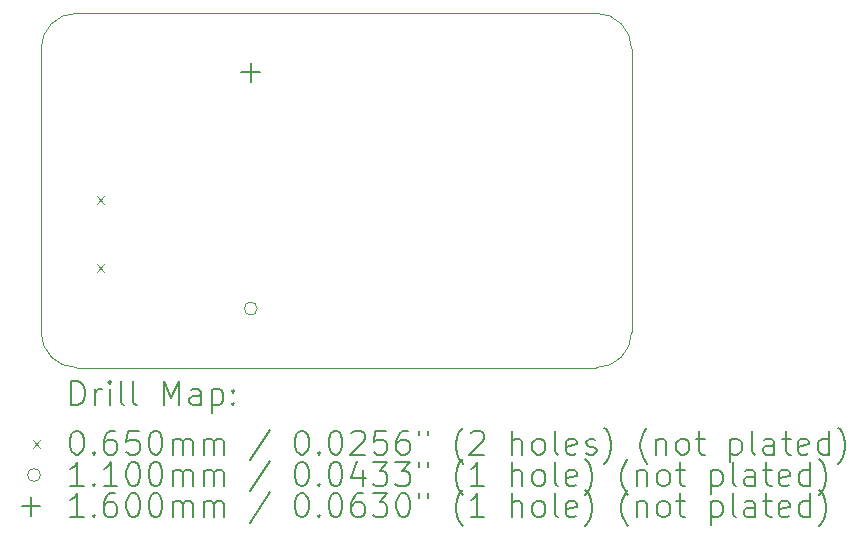
<source format=gbr>
%TF.GenerationSoftware,KiCad,Pcbnew,8.0.1+dfsg-1*%
%TF.CreationDate,2024-10-13T21:14:54+00:00*%
%TF.ProjectId,usb2m2e,75736232-6d32-4652-9e6b-696361645f70,rev?*%
%TF.SameCoordinates,Original*%
%TF.FileFunction,Drillmap*%
%TF.FilePolarity,Positive*%
%FSLAX45Y45*%
G04 Gerber Fmt 4.5, Leading zero omitted, Abs format (unit mm)*
G04 Created by KiCad (PCBNEW 8.0.1+dfsg-1) date 2024-10-13 21:14:54*
%MOMM*%
%LPD*%
G01*
G04 APERTURE LIST*
%ADD10C,0.100000*%
%ADD11C,0.200000*%
%ADD12C,0.110000*%
%ADD13C,0.160000*%
G04 APERTURE END LIST*
D10*
X11900000Y-7100000D02*
G75*
G02*
X12200000Y-6800000I300000J0D01*
G01*
X12200000Y-9800000D02*
G75*
G02*
X11900000Y-9500000I0J300000D01*
G01*
X12200000Y-6800000D02*
X16600000Y-6800000D01*
X11900000Y-9500000D02*
X11900000Y-7100000D01*
X16600000Y-6800000D02*
G75*
G02*
X16900000Y-7100000I0J-300000D01*
G01*
X12200000Y-9800000D02*
X16600000Y-9800000D01*
X16900000Y-7100000D02*
X16900000Y-9500000D01*
X16900000Y-9500000D02*
G75*
G02*
X16600000Y-9800000I-300000J0D01*
G01*
D11*
D10*
X12371500Y-8346500D02*
X12436500Y-8411500D01*
X12436500Y-8346500D02*
X12371500Y-8411500D01*
X12371500Y-8924500D02*
X12436500Y-8989500D01*
X12436500Y-8924500D02*
X12371500Y-8989500D01*
D12*
X13730000Y-9300000D02*
G75*
G02*
X13620000Y-9300000I-55000J0D01*
G01*
X13620000Y-9300000D02*
G75*
G02*
X13730000Y-9300000I55000J0D01*
G01*
D13*
X13675000Y-7220000D02*
X13675000Y-7380000D01*
X13595000Y-7300000D02*
X13755000Y-7300000D01*
D11*
X12155777Y-10116484D02*
X12155777Y-9916484D01*
X12155777Y-9916484D02*
X12203396Y-9916484D01*
X12203396Y-9916484D02*
X12231967Y-9926008D01*
X12231967Y-9926008D02*
X12251015Y-9945055D01*
X12251015Y-9945055D02*
X12260539Y-9964103D01*
X12260539Y-9964103D02*
X12270062Y-10002198D01*
X12270062Y-10002198D02*
X12270062Y-10030770D01*
X12270062Y-10030770D02*
X12260539Y-10068865D01*
X12260539Y-10068865D02*
X12251015Y-10087912D01*
X12251015Y-10087912D02*
X12231967Y-10106960D01*
X12231967Y-10106960D02*
X12203396Y-10116484D01*
X12203396Y-10116484D02*
X12155777Y-10116484D01*
X12355777Y-10116484D02*
X12355777Y-9983150D01*
X12355777Y-10021246D02*
X12365301Y-10002198D01*
X12365301Y-10002198D02*
X12374824Y-9992674D01*
X12374824Y-9992674D02*
X12393872Y-9983150D01*
X12393872Y-9983150D02*
X12412920Y-9983150D01*
X12479586Y-10116484D02*
X12479586Y-9983150D01*
X12479586Y-9916484D02*
X12470062Y-9926008D01*
X12470062Y-9926008D02*
X12479586Y-9935531D01*
X12479586Y-9935531D02*
X12489110Y-9926008D01*
X12489110Y-9926008D02*
X12479586Y-9916484D01*
X12479586Y-9916484D02*
X12479586Y-9935531D01*
X12603396Y-10116484D02*
X12584348Y-10106960D01*
X12584348Y-10106960D02*
X12574824Y-10087912D01*
X12574824Y-10087912D02*
X12574824Y-9916484D01*
X12708158Y-10116484D02*
X12689110Y-10106960D01*
X12689110Y-10106960D02*
X12679586Y-10087912D01*
X12679586Y-10087912D02*
X12679586Y-9916484D01*
X12936729Y-10116484D02*
X12936729Y-9916484D01*
X12936729Y-9916484D02*
X13003396Y-10059341D01*
X13003396Y-10059341D02*
X13070062Y-9916484D01*
X13070062Y-9916484D02*
X13070062Y-10116484D01*
X13251015Y-10116484D02*
X13251015Y-10011722D01*
X13251015Y-10011722D02*
X13241491Y-9992674D01*
X13241491Y-9992674D02*
X13222443Y-9983150D01*
X13222443Y-9983150D02*
X13184348Y-9983150D01*
X13184348Y-9983150D02*
X13165301Y-9992674D01*
X13251015Y-10106960D02*
X13231967Y-10116484D01*
X13231967Y-10116484D02*
X13184348Y-10116484D01*
X13184348Y-10116484D02*
X13165301Y-10106960D01*
X13165301Y-10106960D02*
X13155777Y-10087912D01*
X13155777Y-10087912D02*
X13155777Y-10068865D01*
X13155777Y-10068865D02*
X13165301Y-10049817D01*
X13165301Y-10049817D02*
X13184348Y-10040293D01*
X13184348Y-10040293D02*
X13231967Y-10040293D01*
X13231967Y-10040293D02*
X13251015Y-10030770D01*
X13346253Y-9983150D02*
X13346253Y-10183150D01*
X13346253Y-9992674D02*
X13365301Y-9983150D01*
X13365301Y-9983150D02*
X13403396Y-9983150D01*
X13403396Y-9983150D02*
X13422443Y-9992674D01*
X13422443Y-9992674D02*
X13431967Y-10002198D01*
X13431967Y-10002198D02*
X13441491Y-10021246D01*
X13441491Y-10021246D02*
X13441491Y-10078389D01*
X13441491Y-10078389D02*
X13431967Y-10097436D01*
X13431967Y-10097436D02*
X13422443Y-10106960D01*
X13422443Y-10106960D02*
X13403396Y-10116484D01*
X13403396Y-10116484D02*
X13365301Y-10116484D01*
X13365301Y-10116484D02*
X13346253Y-10106960D01*
X13527205Y-10097436D02*
X13536729Y-10106960D01*
X13536729Y-10106960D02*
X13527205Y-10116484D01*
X13527205Y-10116484D02*
X13517682Y-10106960D01*
X13517682Y-10106960D02*
X13527205Y-10097436D01*
X13527205Y-10097436D02*
X13527205Y-10116484D01*
X13527205Y-9992674D02*
X13536729Y-10002198D01*
X13536729Y-10002198D02*
X13527205Y-10011722D01*
X13527205Y-10011722D02*
X13517682Y-10002198D01*
X13517682Y-10002198D02*
X13527205Y-9992674D01*
X13527205Y-9992674D02*
X13527205Y-10011722D01*
D10*
X11830000Y-10412500D02*
X11895000Y-10477500D01*
X11895000Y-10412500D02*
X11830000Y-10477500D01*
D11*
X12193872Y-10336484D02*
X12212920Y-10336484D01*
X12212920Y-10336484D02*
X12231967Y-10346008D01*
X12231967Y-10346008D02*
X12241491Y-10355531D01*
X12241491Y-10355531D02*
X12251015Y-10374579D01*
X12251015Y-10374579D02*
X12260539Y-10412674D01*
X12260539Y-10412674D02*
X12260539Y-10460293D01*
X12260539Y-10460293D02*
X12251015Y-10498389D01*
X12251015Y-10498389D02*
X12241491Y-10517436D01*
X12241491Y-10517436D02*
X12231967Y-10526960D01*
X12231967Y-10526960D02*
X12212920Y-10536484D01*
X12212920Y-10536484D02*
X12193872Y-10536484D01*
X12193872Y-10536484D02*
X12174824Y-10526960D01*
X12174824Y-10526960D02*
X12165301Y-10517436D01*
X12165301Y-10517436D02*
X12155777Y-10498389D01*
X12155777Y-10498389D02*
X12146253Y-10460293D01*
X12146253Y-10460293D02*
X12146253Y-10412674D01*
X12146253Y-10412674D02*
X12155777Y-10374579D01*
X12155777Y-10374579D02*
X12165301Y-10355531D01*
X12165301Y-10355531D02*
X12174824Y-10346008D01*
X12174824Y-10346008D02*
X12193872Y-10336484D01*
X12346253Y-10517436D02*
X12355777Y-10526960D01*
X12355777Y-10526960D02*
X12346253Y-10536484D01*
X12346253Y-10536484D02*
X12336729Y-10526960D01*
X12336729Y-10526960D02*
X12346253Y-10517436D01*
X12346253Y-10517436D02*
X12346253Y-10536484D01*
X12527205Y-10336484D02*
X12489110Y-10336484D01*
X12489110Y-10336484D02*
X12470062Y-10346008D01*
X12470062Y-10346008D02*
X12460539Y-10355531D01*
X12460539Y-10355531D02*
X12441491Y-10384103D01*
X12441491Y-10384103D02*
X12431967Y-10422198D01*
X12431967Y-10422198D02*
X12431967Y-10498389D01*
X12431967Y-10498389D02*
X12441491Y-10517436D01*
X12441491Y-10517436D02*
X12451015Y-10526960D01*
X12451015Y-10526960D02*
X12470062Y-10536484D01*
X12470062Y-10536484D02*
X12508158Y-10536484D01*
X12508158Y-10536484D02*
X12527205Y-10526960D01*
X12527205Y-10526960D02*
X12536729Y-10517436D01*
X12536729Y-10517436D02*
X12546253Y-10498389D01*
X12546253Y-10498389D02*
X12546253Y-10450770D01*
X12546253Y-10450770D02*
X12536729Y-10431722D01*
X12536729Y-10431722D02*
X12527205Y-10422198D01*
X12527205Y-10422198D02*
X12508158Y-10412674D01*
X12508158Y-10412674D02*
X12470062Y-10412674D01*
X12470062Y-10412674D02*
X12451015Y-10422198D01*
X12451015Y-10422198D02*
X12441491Y-10431722D01*
X12441491Y-10431722D02*
X12431967Y-10450770D01*
X12727205Y-10336484D02*
X12631967Y-10336484D01*
X12631967Y-10336484D02*
X12622443Y-10431722D01*
X12622443Y-10431722D02*
X12631967Y-10422198D01*
X12631967Y-10422198D02*
X12651015Y-10412674D01*
X12651015Y-10412674D02*
X12698634Y-10412674D01*
X12698634Y-10412674D02*
X12717682Y-10422198D01*
X12717682Y-10422198D02*
X12727205Y-10431722D01*
X12727205Y-10431722D02*
X12736729Y-10450770D01*
X12736729Y-10450770D02*
X12736729Y-10498389D01*
X12736729Y-10498389D02*
X12727205Y-10517436D01*
X12727205Y-10517436D02*
X12717682Y-10526960D01*
X12717682Y-10526960D02*
X12698634Y-10536484D01*
X12698634Y-10536484D02*
X12651015Y-10536484D01*
X12651015Y-10536484D02*
X12631967Y-10526960D01*
X12631967Y-10526960D02*
X12622443Y-10517436D01*
X12860539Y-10336484D02*
X12879586Y-10336484D01*
X12879586Y-10336484D02*
X12898634Y-10346008D01*
X12898634Y-10346008D02*
X12908158Y-10355531D01*
X12908158Y-10355531D02*
X12917682Y-10374579D01*
X12917682Y-10374579D02*
X12927205Y-10412674D01*
X12927205Y-10412674D02*
X12927205Y-10460293D01*
X12927205Y-10460293D02*
X12917682Y-10498389D01*
X12917682Y-10498389D02*
X12908158Y-10517436D01*
X12908158Y-10517436D02*
X12898634Y-10526960D01*
X12898634Y-10526960D02*
X12879586Y-10536484D01*
X12879586Y-10536484D02*
X12860539Y-10536484D01*
X12860539Y-10536484D02*
X12841491Y-10526960D01*
X12841491Y-10526960D02*
X12831967Y-10517436D01*
X12831967Y-10517436D02*
X12822443Y-10498389D01*
X12822443Y-10498389D02*
X12812920Y-10460293D01*
X12812920Y-10460293D02*
X12812920Y-10412674D01*
X12812920Y-10412674D02*
X12822443Y-10374579D01*
X12822443Y-10374579D02*
X12831967Y-10355531D01*
X12831967Y-10355531D02*
X12841491Y-10346008D01*
X12841491Y-10346008D02*
X12860539Y-10336484D01*
X13012920Y-10536484D02*
X13012920Y-10403150D01*
X13012920Y-10422198D02*
X13022443Y-10412674D01*
X13022443Y-10412674D02*
X13041491Y-10403150D01*
X13041491Y-10403150D02*
X13070063Y-10403150D01*
X13070063Y-10403150D02*
X13089110Y-10412674D01*
X13089110Y-10412674D02*
X13098634Y-10431722D01*
X13098634Y-10431722D02*
X13098634Y-10536484D01*
X13098634Y-10431722D02*
X13108158Y-10412674D01*
X13108158Y-10412674D02*
X13127205Y-10403150D01*
X13127205Y-10403150D02*
X13155777Y-10403150D01*
X13155777Y-10403150D02*
X13174824Y-10412674D01*
X13174824Y-10412674D02*
X13184348Y-10431722D01*
X13184348Y-10431722D02*
X13184348Y-10536484D01*
X13279586Y-10536484D02*
X13279586Y-10403150D01*
X13279586Y-10422198D02*
X13289110Y-10412674D01*
X13289110Y-10412674D02*
X13308158Y-10403150D01*
X13308158Y-10403150D02*
X13336729Y-10403150D01*
X13336729Y-10403150D02*
X13355777Y-10412674D01*
X13355777Y-10412674D02*
X13365301Y-10431722D01*
X13365301Y-10431722D02*
X13365301Y-10536484D01*
X13365301Y-10431722D02*
X13374824Y-10412674D01*
X13374824Y-10412674D02*
X13393872Y-10403150D01*
X13393872Y-10403150D02*
X13422443Y-10403150D01*
X13422443Y-10403150D02*
X13441491Y-10412674D01*
X13441491Y-10412674D02*
X13451015Y-10431722D01*
X13451015Y-10431722D02*
X13451015Y-10536484D01*
X13841491Y-10326960D02*
X13670063Y-10584103D01*
X14098634Y-10336484D02*
X14117682Y-10336484D01*
X14117682Y-10336484D02*
X14136729Y-10346008D01*
X14136729Y-10346008D02*
X14146253Y-10355531D01*
X14146253Y-10355531D02*
X14155777Y-10374579D01*
X14155777Y-10374579D02*
X14165301Y-10412674D01*
X14165301Y-10412674D02*
X14165301Y-10460293D01*
X14165301Y-10460293D02*
X14155777Y-10498389D01*
X14155777Y-10498389D02*
X14146253Y-10517436D01*
X14146253Y-10517436D02*
X14136729Y-10526960D01*
X14136729Y-10526960D02*
X14117682Y-10536484D01*
X14117682Y-10536484D02*
X14098634Y-10536484D01*
X14098634Y-10536484D02*
X14079586Y-10526960D01*
X14079586Y-10526960D02*
X14070063Y-10517436D01*
X14070063Y-10517436D02*
X14060539Y-10498389D01*
X14060539Y-10498389D02*
X14051015Y-10460293D01*
X14051015Y-10460293D02*
X14051015Y-10412674D01*
X14051015Y-10412674D02*
X14060539Y-10374579D01*
X14060539Y-10374579D02*
X14070063Y-10355531D01*
X14070063Y-10355531D02*
X14079586Y-10346008D01*
X14079586Y-10346008D02*
X14098634Y-10336484D01*
X14251015Y-10517436D02*
X14260539Y-10526960D01*
X14260539Y-10526960D02*
X14251015Y-10536484D01*
X14251015Y-10536484D02*
X14241491Y-10526960D01*
X14241491Y-10526960D02*
X14251015Y-10517436D01*
X14251015Y-10517436D02*
X14251015Y-10536484D01*
X14384348Y-10336484D02*
X14403396Y-10336484D01*
X14403396Y-10336484D02*
X14422444Y-10346008D01*
X14422444Y-10346008D02*
X14431967Y-10355531D01*
X14431967Y-10355531D02*
X14441491Y-10374579D01*
X14441491Y-10374579D02*
X14451015Y-10412674D01*
X14451015Y-10412674D02*
X14451015Y-10460293D01*
X14451015Y-10460293D02*
X14441491Y-10498389D01*
X14441491Y-10498389D02*
X14431967Y-10517436D01*
X14431967Y-10517436D02*
X14422444Y-10526960D01*
X14422444Y-10526960D02*
X14403396Y-10536484D01*
X14403396Y-10536484D02*
X14384348Y-10536484D01*
X14384348Y-10536484D02*
X14365301Y-10526960D01*
X14365301Y-10526960D02*
X14355777Y-10517436D01*
X14355777Y-10517436D02*
X14346253Y-10498389D01*
X14346253Y-10498389D02*
X14336729Y-10460293D01*
X14336729Y-10460293D02*
X14336729Y-10412674D01*
X14336729Y-10412674D02*
X14346253Y-10374579D01*
X14346253Y-10374579D02*
X14355777Y-10355531D01*
X14355777Y-10355531D02*
X14365301Y-10346008D01*
X14365301Y-10346008D02*
X14384348Y-10336484D01*
X14527206Y-10355531D02*
X14536729Y-10346008D01*
X14536729Y-10346008D02*
X14555777Y-10336484D01*
X14555777Y-10336484D02*
X14603396Y-10336484D01*
X14603396Y-10336484D02*
X14622444Y-10346008D01*
X14622444Y-10346008D02*
X14631967Y-10355531D01*
X14631967Y-10355531D02*
X14641491Y-10374579D01*
X14641491Y-10374579D02*
X14641491Y-10393627D01*
X14641491Y-10393627D02*
X14631967Y-10422198D01*
X14631967Y-10422198D02*
X14517682Y-10536484D01*
X14517682Y-10536484D02*
X14641491Y-10536484D01*
X14822444Y-10336484D02*
X14727206Y-10336484D01*
X14727206Y-10336484D02*
X14717682Y-10431722D01*
X14717682Y-10431722D02*
X14727206Y-10422198D01*
X14727206Y-10422198D02*
X14746253Y-10412674D01*
X14746253Y-10412674D02*
X14793872Y-10412674D01*
X14793872Y-10412674D02*
X14812920Y-10422198D01*
X14812920Y-10422198D02*
X14822444Y-10431722D01*
X14822444Y-10431722D02*
X14831967Y-10450770D01*
X14831967Y-10450770D02*
X14831967Y-10498389D01*
X14831967Y-10498389D02*
X14822444Y-10517436D01*
X14822444Y-10517436D02*
X14812920Y-10526960D01*
X14812920Y-10526960D02*
X14793872Y-10536484D01*
X14793872Y-10536484D02*
X14746253Y-10536484D01*
X14746253Y-10536484D02*
X14727206Y-10526960D01*
X14727206Y-10526960D02*
X14717682Y-10517436D01*
X15003396Y-10336484D02*
X14965301Y-10336484D01*
X14965301Y-10336484D02*
X14946253Y-10346008D01*
X14946253Y-10346008D02*
X14936729Y-10355531D01*
X14936729Y-10355531D02*
X14917682Y-10384103D01*
X14917682Y-10384103D02*
X14908158Y-10422198D01*
X14908158Y-10422198D02*
X14908158Y-10498389D01*
X14908158Y-10498389D02*
X14917682Y-10517436D01*
X14917682Y-10517436D02*
X14927206Y-10526960D01*
X14927206Y-10526960D02*
X14946253Y-10536484D01*
X14946253Y-10536484D02*
X14984348Y-10536484D01*
X14984348Y-10536484D02*
X15003396Y-10526960D01*
X15003396Y-10526960D02*
X15012920Y-10517436D01*
X15012920Y-10517436D02*
X15022444Y-10498389D01*
X15022444Y-10498389D02*
X15022444Y-10450770D01*
X15022444Y-10450770D02*
X15012920Y-10431722D01*
X15012920Y-10431722D02*
X15003396Y-10422198D01*
X15003396Y-10422198D02*
X14984348Y-10412674D01*
X14984348Y-10412674D02*
X14946253Y-10412674D01*
X14946253Y-10412674D02*
X14927206Y-10422198D01*
X14927206Y-10422198D02*
X14917682Y-10431722D01*
X14917682Y-10431722D02*
X14908158Y-10450770D01*
X15098634Y-10336484D02*
X15098634Y-10374579D01*
X15174825Y-10336484D02*
X15174825Y-10374579D01*
X15470063Y-10612674D02*
X15460539Y-10603150D01*
X15460539Y-10603150D02*
X15441491Y-10574579D01*
X15441491Y-10574579D02*
X15431968Y-10555531D01*
X15431968Y-10555531D02*
X15422444Y-10526960D01*
X15422444Y-10526960D02*
X15412920Y-10479341D01*
X15412920Y-10479341D02*
X15412920Y-10441246D01*
X15412920Y-10441246D02*
X15422444Y-10393627D01*
X15422444Y-10393627D02*
X15431968Y-10365055D01*
X15431968Y-10365055D02*
X15441491Y-10346008D01*
X15441491Y-10346008D02*
X15460539Y-10317436D01*
X15460539Y-10317436D02*
X15470063Y-10307912D01*
X15536729Y-10355531D02*
X15546253Y-10346008D01*
X15546253Y-10346008D02*
X15565301Y-10336484D01*
X15565301Y-10336484D02*
X15612920Y-10336484D01*
X15612920Y-10336484D02*
X15631968Y-10346008D01*
X15631968Y-10346008D02*
X15641491Y-10355531D01*
X15641491Y-10355531D02*
X15651015Y-10374579D01*
X15651015Y-10374579D02*
X15651015Y-10393627D01*
X15651015Y-10393627D02*
X15641491Y-10422198D01*
X15641491Y-10422198D02*
X15527206Y-10536484D01*
X15527206Y-10536484D02*
X15651015Y-10536484D01*
X15889110Y-10536484D02*
X15889110Y-10336484D01*
X15974825Y-10536484D02*
X15974825Y-10431722D01*
X15974825Y-10431722D02*
X15965301Y-10412674D01*
X15965301Y-10412674D02*
X15946253Y-10403150D01*
X15946253Y-10403150D02*
X15917682Y-10403150D01*
X15917682Y-10403150D02*
X15898634Y-10412674D01*
X15898634Y-10412674D02*
X15889110Y-10422198D01*
X16098634Y-10536484D02*
X16079587Y-10526960D01*
X16079587Y-10526960D02*
X16070063Y-10517436D01*
X16070063Y-10517436D02*
X16060539Y-10498389D01*
X16060539Y-10498389D02*
X16060539Y-10441246D01*
X16060539Y-10441246D02*
X16070063Y-10422198D01*
X16070063Y-10422198D02*
X16079587Y-10412674D01*
X16079587Y-10412674D02*
X16098634Y-10403150D01*
X16098634Y-10403150D02*
X16127206Y-10403150D01*
X16127206Y-10403150D02*
X16146253Y-10412674D01*
X16146253Y-10412674D02*
X16155777Y-10422198D01*
X16155777Y-10422198D02*
X16165301Y-10441246D01*
X16165301Y-10441246D02*
X16165301Y-10498389D01*
X16165301Y-10498389D02*
X16155777Y-10517436D01*
X16155777Y-10517436D02*
X16146253Y-10526960D01*
X16146253Y-10526960D02*
X16127206Y-10536484D01*
X16127206Y-10536484D02*
X16098634Y-10536484D01*
X16279587Y-10536484D02*
X16260539Y-10526960D01*
X16260539Y-10526960D02*
X16251015Y-10507912D01*
X16251015Y-10507912D02*
X16251015Y-10336484D01*
X16431968Y-10526960D02*
X16412920Y-10536484D01*
X16412920Y-10536484D02*
X16374825Y-10536484D01*
X16374825Y-10536484D02*
X16355777Y-10526960D01*
X16355777Y-10526960D02*
X16346253Y-10507912D01*
X16346253Y-10507912D02*
X16346253Y-10431722D01*
X16346253Y-10431722D02*
X16355777Y-10412674D01*
X16355777Y-10412674D02*
X16374825Y-10403150D01*
X16374825Y-10403150D02*
X16412920Y-10403150D01*
X16412920Y-10403150D02*
X16431968Y-10412674D01*
X16431968Y-10412674D02*
X16441491Y-10431722D01*
X16441491Y-10431722D02*
X16441491Y-10450770D01*
X16441491Y-10450770D02*
X16346253Y-10469817D01*
X16517682Y-10526960D02*
X16536730Y-10536484D01*
X16536730Y-10536484D02*
X16574825Y-10536484D01*
X16574825Y-10536484D02*
X16593872Y-10526960D01*
X16593872Y-10526960D02*
X16603396Y-10507912D01*
X16603396Y-10507912D02*
X16603396Y-10498389D01*
X16603396Y-10498389D02*
X16593872Y-10479341D01*
X16593872Y-10479341D02*
X16574825Y-10469817D01*
X16574825Y-10469817D02*
X16546253Y-10469817D01*
X16546253Y-10469817D02*
X16527206Y-10460293D01*
X16527206Y-10460293D02*
X16517682Y-10441246D01*
X16517682Y-10441246D02*
X16517682Y-10431722D01*
X16517682Y-10431722D02*
X16527206Y-10412674D01*
X16527206Y-10412674D02*
X16546253Y-10403150D01*
X16546253Y-10403150D02*
X16574825Y-10403150D01*
X16574825Y-10403150D02*
X16593872Y-10412674D01*
X16670063Y-10612674D02*
X16679587Y-10603150D01*
X16679587Y-10603150D02*
X16698634Y-10574579D01*
X16698634Y-10574579D02*
X16708158Y-10555531D01*
X16708158Y-10555531D02*
X16717682Y-10526960D01*
X16717682Y-10526960D02*
X16727206Y-10479341D01*
X16727206Y-10479341D02*
X16727206Y-10441246D01*
X16727206Y-10441246D02*
X16717682Y-10393627D01*
X16717682Y-10393627D02*
X16708158Y-10365055D01*
X16708158Y-10365055D02*
X16698634Y-10346008D01*
X16698634Y-10346008D02*
X16679587Y-10317436D01*
X16679587Y-10317436D02*
X16670063Y-10307912D01*
X17031968Y-10612674D02*
X17022444Y-10603150D01*
X17022444Y-10603150D02*
X17003396Y-10574579D01*
X17003396Y-10574579D02*
X16993873Y-10555531D01*
X16993873Y-10555531D02*
X16984349Y-10526960D01*
X16984349Y-10526960D02*
X16974825Y-10479341D01*
X16974825Y-10479341D02*
X16974825Y-10441246D01*
X16974825Y-10441246D02*
X16984349Y-10393627D01*
X16984349Y-10393627D02*
X16993873Y-10365055D01*
X16993873Y-10365055D02*
X17003396Y-10346008D01*
X17003396Y-10346008D02*
X17022444Y-10317436D01*
X17022444Y-10317436D02*
X17031968Y-10307912D01*
X17108158Y-10403150D02*
X17108158Y-10536484D01*
X17108158Y-10422198D02*
X17117682Y-10412674D01*
X17117682Y-10412674D02*
X17136730Y-10403150D01*
X17136730Y-10403150D02*
X17165301Y-10403150D01*
X17165301Y-10403150D02*
X17184349Y-10412674D01*
X17184349Y-10412674D02*
X17193873Y-10431722D01*
X17193873Y-10431722D02*
X17193873Y-10536484D01*
X17317682Y-10536484D02*
X17298634Y-10526960D01*
X17298634Y-10526960D02*
X17289111Y-10517436D01*
X17289111Y-10517436D02*
X17279587Y-10498389D01*
X17279587Y-10498389D02*
X17279587Y-10441246D01*
X17279587Y-10441246D02*
X17289111Y-10422198D01*
X17289111Y-10422198D02*
X17298634Y-10412674D01*
X17298634Y-10412674D02*
X17317682Y-10403150D01*
X17317682Y-10403150D02*
X17346254Y-10403150D01*
X17346254Y-10403150D02*
X17365301Y-10412674D01*
X17365301Y-10412674D02*
X17374825Y-10422198D01*
X17374825Y-10422198D02*
X17384349Y-10441246D01*
X17384349Y-10441246D02*
X17384349Y-10498389D01*
X17384349Y-10498389D02*
X17374825Y-10517436D01*
X17374825Y-10517436D02*
X17365301Y-10526960D01*
X17365301Y-10526960D02*
X17346254Y-10536484D01*
X17346254Y-10536484D02*
X17317682Y-10536484D01*
X17441492Y-10403150D02*
X17517682Y-10403150D01*
X17470063Y-10336484D02*
X17470063Y-10507912D01*
X17470063Y-10507912D02*
X17479587Y-10526960D01*
X17479587Y-10526960D02*
X17498634Y-10536484D01*
X17498634Y-10536484D02*
X17517682Y-10536484D01*
X17736730Y-10403150D02*
X17736730Y-10603150D01*
X17736730Y-10412674D02*
X17755777Y-10403150D01*
X17755777Y-10403150D02*
X17793873Y-10403150D01*
X17793873Y-10403150D02*
X17812920Y-10412674D01*
X17812920Y-10412674D02*
X17822444Y-10422198D01*
X17822444Y-10422198D02*
X17831968Y-10441246D01*
X17831968Y-10441246D02*
X17831968Y-10498389D01*
X17831968Y-10498389D02*
X17822444Y-10517436D01*
X17822444Y-10517436D02*
X17812920Y-10526960D01*
X17812920Y-10526960D02*
X17793873Y-10536484D01*
X17793873Y-10536484D02*
X17755777Y-10536484D01*
X17755777Y-10536484D02*
X17736730Y-10526960D01*
X17946254Y-10536484D02*
X17927206Y-10526960D01*
X17927206Y-10526960D02*
X17917682Y-10507912D01*
X17917682Y-10507912D02*
X17917682Y-10336484D01*
X18108158Y-10536484D02*
X18108158Y-10431722D01*
X18108158Y-10431722D02*
X18098635Y-10412674D01*
X18098635Y-10412674D02*
X18079587Y-10403150D01*
X18079587Y-10403150D02*
X18041492Y-10403150D01*
X18041492Y-10403150D02*
X18022444Y-10412674D01*
X18108158Y-10526960D02*
X18089111Y-10536484D01*
X18089111Y-10536484D02*
X18041492Y-10536484D01*
X18041492Y-10536484D02*
X18022444Y-10526960D01*
X18022444Y-10526960D02*
X18012920Y-10507912D01*
X18012920Y-10507912D02*
X18012920Y-10488865D01*
X18012920Y-10488865D02*
X18022444Y-10469817D01*
X18022444Y-10469817D02*
X18041492Y-10460293D01*
X18041492Y-10460293D02*
X18089111Y-10460293D01*
X18089111Y-10460293D02*
X18108158Y-10450770D01*
X18174825Y-10403150D02*
X18251015Y-10403150D01*
X18203396Y-10336484D02*
X18203396Y-10507912D01*
X18203396Y-10507912D02*
X18212920Y-10526960D01*
X18212920Y-10526960D02*
X18231968Y-10536484D01*
X18231968Y-10536484D02*
X18251015Y-10536484D01*
X18393873Y-10526960D02*
X18374825Y-10536484D01*
X18374825Y-10536484D02*
X18336730Y-10536484D01*
X18336730Y-10536484D02*
X18317682Y-10526960D01*
X18317682Y-10526960D02*
X18308158Y-10507912D01*
X18308158Y-10507912D02*
X18308158Y-10431722D01*
X18308158Y-10431722D02*
X18317682Y-10412674D01*
X18317682Y-10412674D02*
X18336730Y-10403150D01*
X18336730Y-10403150D02*
X18374825Y-10403150D01*
X18374825Y-10403150D02*
X18393873Y-10412674D01*
X18393873Y-10412674D02*
X18403396Y-10431722D01*
X18403396Y-10431722D02*
X18403396Y-10450770D01*
X18403396Y-10450770D02*
X18308158Y-10469817D01*
X18574825Y-10536484D02*
X18574825Y-10336484D01*
X18574825Y-10526960D02*
X18555777Y-10536484D01*
X18555777Y-10536484D02*
X18517682Y-10536484D01*
X18517682Y-10536484D02*
X18498635Y-10526960D01*
X18498635Y-10526960D02*
X18489111Y-10517436D01*
X18489111Y-10517436D02*
X18479587Y-10498389D01*
X18479587Y-10498389D02*
X18479587Y-10441246D01*
X18479587Y-10441246D02*
X18489111Y-10422198D01*
X18489111Y-10422198D02*
X18498635Y-10412674D01*
X18498635Y-10412674D02*
X18517682Y-10403150D01*
X18517682Y-10403150D02*
X18555777Y-10403150D01*
X18555777Y-10403150D02*
X18574825Y-10412674D01*
X18651016Y-10612674D02*
X18660539Y-10603150D01*
X18660539Y-10603150D02*
X18679587Y-10574579D01*
X18679587Y-10574579D02*
X18689111Y-10555531D01*
X18689111Y-10555531D02*
X18698635Y-10526960D01*
X18698635Y-10526960D02*
X18708158Y-10479341D01*
X18708158Y-10479341D02*
X18708158Y-10441246D01*
X18708158Y-10441246D02*
X18698635Y-10393627D01*
X18698635Y-10393627D02*
X18689111Y-10365055D01*
X18689111Y-10365055D02*
X18679587Y-10346008D01*
X18679587Y-10346008D02*
X18660539Y-10317436D01*
X18660539Y-10317436D02*
X18651016Y-10307912D01*
D12*
X11895000Y-10709000D02*
G75*
G02*
X11785000Y-10709000I-55000J0D01*
G01*
X11785000Y-10709000D02*
G75*
G02*
X11895000Y-10709000I55000J0D01*
G01*
D11*
X12260539Y-10800484D02*
X12146253Y-10800484D01*
X12203396Y-10800484D02*
X12203396Y-10600484D01*
X12203396Y-10600484D02*
X12184348Y-10629055D01*
X12184348Y-10629055D02*
X12165301Y-10648103D01*
X12165301Y-10648103D02*
X12146253Y-10657627D01*
X12346253Y-10781436D02*
X12355777Y-10790960D01*
X12355777Y-10790960D02*
X12346253Y-10800484D01*
X12346253Y-10800484D02*
X12336729Y-10790960D01*
X12336729Y-10790960D02*
X12346253Y-10781436D01*
X12346253Y-10781436D02*
X12346253Y-10800484D01*
X12546253Y-10800484D02*
X12431967Y-10800484D01*
X12489110Y-10800484D02*
X12489110Y-10600484D01*
X12489110Y-10600484D02*
X12470062Y-10629055D01*
X12470062Y-10629055D02*
X12451015Y-10648103D01*
X12451015Y-10648103D02*
X12431967Y-10657627D01*
X12670062Y-10600484D02*
X12689110Y-10600484D01*
X12689110Y-10600484D02*
X12708158Y-10610008D01*
X12708158Y-10610008D02*
X12717682Y-10619531D01*
X12717682Y-10619531D02*
X12727205Y-10638579D01*
X12727205Y-10638579D02*
X12736729Y-10676674D01*
X12736729Y-10676674D02*
X12736729Y-10724293D01*
X12736729Y-10724293D02*
X12727205Y-10762389D01*
X12727205Y-10762389D02*
X12717682Y-10781436D01*
X12717682Y-10781436D02*
X12708158Y-10790960D01*
X12708158Y-10790960D02*
X12689110Y-10800484D01*
X12689110Y-10800484D02*
X12670062Y-10800484D01*
X12670062Y-10800484D02*
X12651015Y-10790960D01*
X12651015Y-10790960D02*
X12641491Y-10781436D01*
X12641491Y-10781436D02*
X12631967Y-10762389D01*
X12631967Y-10762389D02*
X12622443Y-10724293D01*
X12622443Y-10724293D02*
X12622443Y-10676674D01*
X12622443Y-10676674D02*
X12631967Y-10638579D01*
X12631967Y-10638579D02*
X12641491Y-10619531D01*
X12641491Y-10619531D02*
X12651015Y-10610008D01*
X12651015Y-10610008D02*
X12670062Y-10600484D01*
X12860539Y-10600484D02*
X12879586Y-10600484D01*
X12879586Y-10600484D02*
X12898634Y-10610008D01*
X12898634Y-10610008D02*
X12908158Y-10619531D01*
X12908158Y-10619531D02*
X12917682Y-10638579D01*
X12917682Y-10638579D02*
X12927205Y-10676674D01*
X12927205Y-10676674D02*
X12927205Y-10724293D01*
X12927205Y-10724293D02*
X12917682Y-10762389D01*
X12917682Y-10762389D02*
X12908158Y-10781436D01*
X12908158Y-10781436D02*
X12898634Y-10790960D01*
X12898634Y-10790960D02*
X12879586Y-10800484D01*
X12879586Y-10800484D02*
X12860539Y-10800484D01*
X12860539Y-10800484D02*
X12841491Y-10790960D01*
X12841491Y-10790960D02*
X12831967Y-10781436D01*
X12831967Y-10781436D02*
X12822443Y-10762389D01*
X12822443Y-10762389D02*
X12812920Y-10724293D01*
X12812920Y-10724293D02*
X12812920Y-10676674D01*
X12812920Y-10676674D02*
X12822443Y-10638579D01*
X12822443Y-10638579D02*
X12831967Y-10619531D01*
X12831967Y-10619531D02*
X12841491Y-10610008D01*
X12841491Y-10610008D02*
X12860539Y-10600484D01*
X13012920Y-10800484D02*
X13012920Y-10667150D01*
X13012920Y-10686198D02*
X13022443Y-10676674D01*
X13022443Y-10676674D02*
X13041491Y-10667150D01*
X13041491Y-10667150D02*
X13070063Y-10667150D01*
X13070063Y-10667150D02*
X13089110Y-10676674D01*
X13089110Y-10676674D02*
X13098634Y-10695722D01*
X13098634Y-10695722D02*
X13098634Y-10800484D01*
X13098634Y-10695722D02*
X13108158Y-10676674D01*
X13108158Y-10676674D02*
X13127205Y-10667150D01*
X13127205Y-10667150D02*
X13155777Y-10667150D01*
X13155777Y-10667150D02*
X13174824Y-10676674D01*
X13174824Y-10676674D02*
X13184348Y-10695722D01*
X13184348Y-10695722D02*
X13184348Y-10800484D01*
X13279586Y-10800484D02*
X13279586Y-10667150D01*
X13279586Y-10686198D02*
X13289110Y-10676674D01*
X13289110Y-10676674D02*
X13308158Y-10667150D01*
X13308158Y-10667150D02*
X13336729Y-10667150D01*
X13336729Y-10667150D02*
X13355777Y-10676674D01*
X13355777Y-10676674D02*
X13365301Y-10695722D01*
X13365301Y-10695722D02*
X13365301Y-10800484D01*
X13365301Y-10695722D02*
X13374824Y-10676674D01*
X13374824Y-10676674D02*
X13393872Y-10667150D01*
X13393872Y-10667150D02*
X13422443Y-10667150D01*
X13422443Y-10667150D02*
X13441491Y-10676674D01*
X13441491Y-10676674D02*
X13451015Y-10695722D01*
X13451015Y-10695722D02*
X13451015Y-10800484D01*
X13841491Y-10590960D02*
X13670063Y-10848103D01*
X14098634Y-10600484D02*
X14117682Y-10600484D01*
X14117682Y-10600484D02*
X14136729Y-10610008D01*
X14136729Y-10610008D02*
X14146253Y-10619531D01*
X14146253Y-10619531D02*
X14155777Y-10638579D01*
X14155777Y-10638579D02*
X14165301Y-10676674D01*
X14165301Y-10676674D02*
X14165301Y-10724293D01*
X14165301Y-10724293D02*
X14155777Y-10762389D01*
X14155777Y-10762389D02*
X14146253Y-10781436D01*
X14146253Y-10781436D02*
X14136729Y-10790960D01*
X14136729Y-10790960D02*
X14117682Y-10800484D01*
X14117682Y-10800484D02*
X14098634Y-10800484D01*
X14098634Y-10800484D02*
X14079586Y-10790960D01*
X14079586Y-10790960D02*
X14070063Y-10781436D01*
X14070063Y-10781436D02*
X14060539Y-10762389D01*
X14060539Y-10762389D02*
X14051015Y-10724293D01*
X14051015Y-10724293D02*
X14051015Y-10676674D01*
X14051015Y-10676674D02*
X14060539Y-10638579D01*
X14060539Y-10638579D02*
X14070063Y-10619531D01*
X14070063Y-10619531D02*
X14079586Y-10610008D01*
X14079586Y-10610008D02*
X14098634Y-10600484D01*
X14251015Y-10781436D02*
X14260539Y-10790960D01*
X14260539Y-10790960D02*
X14251015Y-10800484D01*
X14251015Y-10800484D02*
X14241491Y-10790960D01*
X14241491Y-10790960D02*
X14251015Y-10781436D01*
X14251015Y-10781436D02*
X14251015Y-10800484D01*
X14384348Y-10600484D02*
X14403396Y-10600484D01*
X14403396Y-10600484D02*
X14422444Y-10610008D01*
X14422444Y-10610008D02*
X14431967Y-10619531D01*
X14431967Y-10619531D02*
X14441491Y-10638579D01*
X14441491Y-10638579D02*
X14451015Y-10676674D01*
X14451015Y-10676674D02*
X14451015Y-10724293D01*
X14451015Y-10724293D02*
X14441491Y-10762389D01*
X14441491Y-10762389D02*
X14431967Y-10781436D01*
X14431967Y-10781436D02*
X14422444Y-10790960D01*
X14422444Y-10790960D02*
X14403396Y-10800484D01*
X14403396Y-10800484D02*
X14384348Y-10800484D01*
X14384348Y-10800484D02*
X14365301Y-10790960D01*
X14365301Y-10790960D02*
X14355777Y-10781436D01*
X14355777Y-10781436D02*
X14346253Y-10762389D01*
X14346253Y-10762389D02*
X14336729Y-10724293D01*
X14336729Y-10724293D02*
X14336729Y-10676674D01*
X14336729Y-10676674D02*
X14346253Y-10638579D01*
X14346253Y-10638579D02*
X14355777Y-10619531D01*
X14355777Y-10619531D02*
X14365301Y-10610008D01*
X14365301Y-10610008D02*
X14384348Y-10600484D01*
X14622444Y-10667150D02*
X14622444Y-10800484D01*
X14574825Y-10590960D02*
X14527206Y-10733817D01*
X14527206Y-10733817D02*
X14651015Y-10733817D01*
X14708158Y-10600484D02*
X14831967Y-10600484D01*
X14831967Y-10600484D02*
X14765301Y-10676674D01*
X14765301Y-10676674D02*
X14793872Y-10676674D01*
X14793872Y-10676674D02*
X14812920Y-10686198D01*
X14812920Y-10686198D02*
X14822444Y-10695722D01*
X14822444Y-10695722D02*
X14831967Y-10714770D01*
X14831967Y-10714770D02*
X14831967Y-10762389D01*
X14831967Y-10762389D02*
X14822444Y-10781436D01*
X14822444Y-10781436D02*
X14812920Y-10790960D01*
X14812920Y-10790960D02*
X14793872Y-10800484D01*
X14793872Y-10800484D02*
X14736729Y-10800484D01*
X14736729Y-10800484D02*
X14717682Y-10790960D01*
X14717682Y-10790960D02*
X14708158Y-10781436D01*
X14898634Y-10600484D02*
X15022444Y-10600484D01*
X15022444Y-10600484D02*
X14955777Y-10676674D01*
X14955777Y-10676674D02*
X14984348Y-10676674D01*
X14984348Y-10676674D02*
X15003396Y-10686198D01*
X15003396Y-10686198D02*
X15012920Y-10695722D01*
X15012920Y-10695722D02*
X15022444Y-10714770D01*
X15022444Y-10714770D02*
X15022444Y-10762389D01*
X15022444Y-10762389D02*
X15012920Y-10781436D01*
X15012920Y-10781436D02*
X15003396Y-10790960D01*
X15003396Y-10790960D02*
X14984348Y-10800484D01*
X14984348Y-10800484D02*
X14927206Y-10800484D01*
X14927206Y-10800484D02*
X14908158Y-10790960D01*
X14908158Y-10790960D02*
X14898634Y-10781436D01*
X15098634Y-10600484D02*
X15098634Y-10638579D01*
X15174825Y-10600484D02*
X15174825Y-10638579D01*
X15470063Y-10876674D02*
X15460539Y-10867150D01*
X15460539Y-10867150D02*
X15441491Y-10838579D01*
X15441491Y-10838579D02*
X15431968Y-10819531D01*
X15431968Y-10819531D02*
X15422444Y-10790960D01*
X15422444Y-10790960D02*
X15412920Y-10743341D01*
X15412920Y-10743341D02*
X15412920Y-10705246D01*
X15412920Y-10705246D02*
X15422444Y-10657627D01*
X15422444Y-10657627D02*
X15431968Y-10629055D01*
X15431968Y-10629055D02*
X15441491Y-10610008D01*
X15441491Y-10610008D02*
X15460539Y-10581436D01*
X15460539Y-10581436D02*
X15470063Y-10571912D01*
X15651015Y-10800484D02*
X15536729Y-10800484D01*
X15593872Y-10800484D02*
X15593872Y-10600484D01*
X15593872Y-10600484D02*
X15574825Y-10629055D01*
X15574825Y-10629055D02*
X15555777Y-10648103D01*
X15555777Y-10648103D02*
X15536729Y-10657627D01*
X15889110Y-10800484D02*
X15889110Y-10600484D01*
X15974825Y-10800484D02*
X15974825Y-10695722D01*
X15974825Y-10695722D02*
X15965301Y-10676674D01*
X15965301Y-10676674D02*
X15946253Y-10667150D01*
X15946253Y-10667150D02*
X15917682Y-10667150D01*
X15917682Y-10667150D02*
X15898634Y-10676674D01*
X15898634Y-10676674D02*
X15889110Y-10686198D01*
X16098634Y-10800484D02*
X16079587Y-10790960D01*
X16079587Y-10790960D02*
X16070063Y-10781436D01*
X16070063Y-10781436D02*
X16060539Y-10762389D01*
X16060539Y-10762389D02*
X16060539Y-10705246D01*
X16060539Y-10705246D02*
X16070063Y-10686198D01*
X16070063Y-10686198D02*
X16079587Y-10676674D01*
X16079587Y-10676674D02*
X16098634Y-10667150D01*
X16098634Y-10667150D02*
X16127206Y-10667150D01*
X16127206Y-10667150D02*
X16146253Y-10676674D01*
X16146253Y-10676674D02*
X16155777Y-10686198D01*
X16155777Y-10686198D02*
X16165301Y-10705246D01*
X16165301Y-10705246D02*
X16165301Y-10762389D01*
X16165301Y-10762389D02*
X16155777Y-10781436D01*
X16155777Y-10781436D02*
X16146253Y-10790960D01*
X16146253Y-10790960D02*
X16127206Y-10800484D01*
X16127206Y-10800484D02*
X16098634Y-10800484D01*
X16279587Y-10800484D02*
X16260539Y-10790960D01*
X16260539Y-10790960D02*
X16251015Y-10771912D01*
X16251015Y-10771912D02*
X16251015Y-10600484D01*
X16431968Y-10790960D02*
X16412920Y-10800484D01*
X16412920Y-10800484D02*
X16374825Y-10800484D01*
X16374825Y-10800484D02*
X16355777Y-10790960D01*
X16355777Y-10790960D02*
X16346253Y-10771912D01*
X16346253Y-10771912D02*
X16346253Y-10695722D01*
X16346253Y-10695722D02*
X16355777Y-10676674D01*
X16355777Y-10676674D02*
X16374825Y-10667150D01*
X16374825Y-10667150D02*
X16412920Y-10667150D01*
X16412920Y-10667150D02*
X16431968Y-10676674D01*
X16431968Y-10676674D02*
X16441491Y-10695722D01*
X16441491Y-10695722D02*
X16441491Y-10714770D01*
X16441491Y-10714770D02*
X16346253Y-10733817D01*
X16508158Y-10876674D02*
X16517682Y-10867150D01*
X16517682Y-10867150D02*
X16536730Y-10838579D01*
X16536730Y-10838579D02*
X16546253Y-10819531D01*
X16546253Y-10819531D02*
X16555777Y-10790960D01*
X16555777Y-10790960D02*
X16565301Y-10743341D01*
X16565301Y-10743341D02*
X16565301Y-10705246D01*
X16565301Y-10705246D02*
X16555777Y-10657627D01*
X16555777Y-10657627D02*
X16546253Y-10629055D01*
X16546253Y-10629055D02*
X16536730Y-10610008D01*
X16536730Y-10610008D02*
X16517682Y-10581436D01*
X16517682Y-10581436D02*
X16508158Y-10571912D01*
X16870063Y-10876674D02*
X16860539Y-10867150D01*
X16860539Y-10867150D02*
X16841492Y-10838579D01*
X16841492Y-10838579D02*
X16831968Y-10819531D01*
X16831968Y-10819531D02*
X16822444Y-10790960D01*
X16822444Y-10790960D02*
X16812920Y-10743341D01*
X16812920Y-10743341D02*
X16812920Y-10705246D01*
X16812920Y-10705246D02*
X16822444Y-10657627D01*
X16822444Y-10657627D02*
X16831968Y-10629055D01*
X16831968Y-10629055D02*
X16841492Y-10610008D01*
X16841492Y-10610008D02*
X16860539Y-10581436D01*
X16860539Y-10581436D02*
X16870063Y-10571912D01*
X16946253Y-10667150D02*
X16946253Y-10800484D01*
X16946253Y-10686198D02*
X16955777Y-10676674D01*
X16955777Y-10676674D02*
X16974825Y-10667150D01*
X16974825Y-10667150D02*
X17003396Y-10667150D01*
X17003396Y-10667150D02*
X17022444Y-10676674D01*
X17022444Y-10676674D02*
X17031968Y-10695722D01*
X17031968Y-10695722D02*
X17031968Y-10800484D01*
X17155777Y-10800484D02*
X17136730Y-10790960D01*
X17136730Y-10790960D02*
X17127206Y-10781436D01*
X17127206Y-10781436D02*
X17117682Y-10762389D01*
X17117682Y-10762389D02*
X17117682Y-10705246D01*
X17117682Y-10705246D02*
X17127206Y-10686198D01*
X17127206Y-10686198D02*
X17136730Y-10676674D01*
X17136730Y-10676674D02*
X17155777Y-10667150D01*
X17155777Y-10667150D02*
X17184349Y-10667150D01*
X17184349Y-10667150D02*
X17203396Y-10676674D01*
X17203396Y-10676674D02*
X17212920Y-10686198D01*
X17212920Y-10686198D02*
X17222444Y-10705246D01*
X17222444Y-10705246D02*
X17222444Y-10762389D01*
X17222444Y-10762389D02*
X17212920Y-10781436D01*
X17212920Y-10781436D02*
X17203396Y-10790960D01*
X17203396Y-10790960D02*
X17184349Y-10800484D01*
X17184349Y-10800484D02*
X17155777Y-10800484D01*
X17279587Y-10667150D02*
X17355777Y-10667150D01*
X17308158Y-10600484D02*
X17308158Y-10771912D01*
X17308158Y-10771912D02*
X17317682Y-10790960D01*
X17317682Y-10790960D02*
X17336730Y-10800484D01*
X17336730Y-10800484D02*
X17355777Y-10800484D01*
X17574825Y-10667150D02*
X17574825Y-10867150D01*
X17574825Y-10676674D02*
X17593873Y-10667150D01*
X17593873Y-10667150D02*
X17631968Y-10667150D01*
X17631968Y-10667150D02*
X17651015Y-10676674D01*
X17651015Y-10676674D02*
X17660539Y-10686198D01*
X17660539Y-10686198D02*
X17670063Y-10705246D01*
X17670063Y-10705246D02*
X17670063Y-10762389D01*
X17670063Y-10762389D02*
X17660539Y-10781436D01*
X17660539Y-10781436D02*
X17651015Y-10790960D01*
X17651015Y-10790960D02*
X17631968Y-10800484D01*
X17631968Y-10800484D02*
X17593873Y-10800484D01*
X17593873Y-10800484D02*
X17574825Y-10790960D01*
X17784349Y-10800484D02*
X17765301Y-10790960D01*
X17765301Y-10790960D02*
X17755777Y-10771912D01*
X17755777Y-10771912D02*
X17755777Y-10600484D01*
X17946254Y-10800484D02*
X17946254Y-10695722D01*
X17946254Y-10695722D02*
X17936730Y-10676674D01*
X17936730Y-10676674D02*
X17917682Y-10667150D01*
X17917682Y-10667150D02*
X17879587Y-10667150D01*
X17879587Y-10667150D02*
X17860539Y-10676674D01*
X17946254Y-10790960D02*
X17927206Y-10800484D01*
X17927206Y-10800484D02*
X17879587Y-10800484D01*
X17879587Y-10800484D02*
X17860539Y-10790960D01*
X17860539Y-10790960D02*
X17851015Y-10771912D01*
X17851015Y-10771912D02*
X17851015Y-10752865D01*
X17851015Y-10752865D02*
X17860539Y-10733817D01*
X17860539Y-10733817D02*
X17879587Y-10724293D01*
X17879587Y-10724293D02*
X17927206Y-10724293D01*
X17927206Y-10724293D02*
X17946254Y-10714770D01*
X18012920Y-10667150D02*
X18089111Y-10667150D01*
X18041492Y-10600484D02*
X18041492Y-10771912D01*
X18041492Y-10771912D02*
X18051015Y-10790960D01*
X18051015Y-10790960D02*
X18070063Y-10800484D01*
X18070063Y-10800484D02*
X18089111Y-10800484D01*
X18231968Y-10790960D02*
X18212920Y-10800484D01*
X18212920Y-10800484D02*
X18174825Y-10800484D01*
X18174825Y-10800484D02*
X18155777Y-10790960D01*
X18155777Y-10790960D02*
X18146254Y-10771912D01*
X18146254Y-10771912D02*
X18146254Y-10695722D01*
X18146254Y-10695722D02*
X18155777Y-10676674D01*
X18155777Y-10676674D02*
X18174825Y-10667150D01*
X18174825Y-10667150D02*
X18212920Y-10667150D01*
X18212920Y-10667150D02*
X18231968Y-10676674D01*
X18231968Y-10676674D02*
X18241492Y-10695722D01*
X18241492Y-10695722D02*
X18241492Y-10714770D01*
X18241492Y-10714770D02*
X18146254Y-10733817D01*
X18412920Y-10800484D02*
X18412920Y-10600484D01*
X18412920Y-10790960D02*
X18393873Y-10800484D01*
X18393873Y-10800484D02*
X18355777Y-10800484D01*
X18355777Y-10800484D02*
X18336730Y-10790960D01*
X18336730Y-10790960D02*
X18327206Y-10781436D01*
X18327206Y-10781436D02*
X18317682Y-10762389D01*
X18317682Y-10762389D02*
X18317682Y-10705246D01*
X18317682Y-10705246D02*
X18327206Y-10686198D01*
X18327206Y-10686198D02*
X18336730Y-10676674D01*
X18336730Y-10676674D02*
X18355777Y-10667150D01*
X18355777Y-10667150D02*
X18393873Y-10667150D01*
X18393873Y-10667150D02*
X18412920Y-10676674D01*
X18489111Y-10876674D02*
X18498635Y-10867150D01*
X18498635Y-10867150D02*
X18517682Y-10838579D01*
X18517682Y-10838579D02*
X18527206Y-10819531D01*
X18527206Y-10819531D02*
X18536730Y-10790960D01*
X18536730Y-10790960D02*
X18546254Y-10743341D01*
X18546254Y-10743341D02*
X18546254Y-10705246D01*
X18546254Y-10705246D02*
X18536730Y-10657627D01*
X18536730Y-10657627D02*
X18527206Y-10629055D01*
X18527206Y-10629055D02*
X18517682Y-10610008D01*
X18517682Y-10610008D02*
X18498635Y-10581436D01*
X18498635Y-10581436D02*
X18489111Y-10571912D01*
D13*
X11815000Y-10893000D02*
X11815000Y-11053000D01*
X11735000Y-10973000D02*
X11895000Y-10973000D01*
D11*
X12260539Y-11064484D02*
X12146253Y-11064484D01*
X12203396Y-11064484D02*
X12203396Y-10864484D01*
X12203396Y-10864484D02*
X12184348Y-10893055D01*
X12184348Y-10893055D02*
X12165301Y-10912103D01*
X12165301Y-10912103D02*
X12146253Y-10921627D01*
X12346253Y-11045436D02*
X12355777Y-11054960D01*
X12355777Y-11054960D02*
X12346253Y-11064484D01*
X12346253Y-11064484D02*
X12336729Y-11054960D01*
X12336729Y-11054960D02*
X12346253Y-11045436D01*
X12346253Y-11045436D02*
X12346253Y-11064484D01*
X12527205Y-10864484D02*
X12489110Y-10864484D01*
X12489110Y-10864484D02*
X12470062Y-10874008D01*
X12470062Y-10874008D02*
X12460539Y-10883531D01*
X12460539Y-10883531D02*
X12441491Y-10912103D01*
X12441491Y-10912103D02*
X12431967Y-10950198D01*
X12431967Y-10950198D02*
X12431967Y-11026389D01*
X12431967Y-11026389D02*
X12441491Y-11045436D01*
X12441491Y-11045436D02*
X12451015Y-11054960D01*
X12451015Y-11054960D02*
X12470062Y-11064484D01*
X12470062Y-11064484D02*
X12508158Y-11064484D01*
X12508158Y-11064484D02*
X12527205Y-11054960D01*
X12527205Y-11054960D02*
X12536729Y-11045436D01*
X12536729Y-11045436D02*
X12546253Y-11026389D01*
X12546253Y-11026389D02*
X12546253Y-10978770D01*
X12546253Y-10978770D02*
X12536729Y-10959722D01*
X12536729Y-10959722D02*
X12527205Y-10950198D01*
X12527205Y-10950198D02*
X12508158Y-10940674D01*
X12508158Y-10940674D02*
X12470062Y-10940674D01*
X12470062Y-10940674D02*
X12451015Y-10950198D01*
X12451015Y-10950198D02*
X12441491Y-10959722D01*
X12441491Y-10959722D02*
X12431967Y-10978770D01*
X12670062Y-10864484D02*
X12689110Y-10864484D01*
X12689110Y-10864484D02*
X12708158Y-10874008D01*
X12708158Y-10874008D02*
X12717682Y-10883531D01*
X12717682Y-10883531D02*
X12727205Y-10902579D01*
X12727205Y-10902579D02*
X12736729Y-10940674D01*
X12736729Y-10940674D02*
X12736729Y-10988293D01*
X12736729Y-10988293D02*
X12727205Y-11026389D01*
X12727205Y-11026389D02*
X12717682Y-11045436D01*
X12717682Y-11045436D02*
X12708158Y-11054960D01*
X12708158Y-11054960D02*
X12689110Y-11064484D01*
X12689110Y-11064484D02*
X12670062Y-11064484D01*
X12670062Y-11064484D02*
X12651015Y-11054960D01*
X12651015Y-11054960D02*
X12641491Y-11045436D01*
X12641491Y-11045436D02*
X12631967Y-11026389D01*
X12631967Y-11026389D02*
X12622443Y-10988293D01*
X12622443Y-10988293D02*
X12622443Y-10940674D01*
X12622443Y-10940674D02*
X12631967Y-10902579D01*
X12631967Y-10902579D02*
X12641491Y-10883531D01*
X12641491Y-10883531D02*
X12651015Y-10874008D01*
X12651015Y-10874008D02*
X12670062Y-10864484D01*
X12860539Y-10864484D02*
X12879586Y-10864484D01*
X12879586Y-10864484D02*
X12898634Y-10874008D01*
X12898634Y-10874008D02*
X12908158Y-10883531D01*
X12908158Y-10883531D02*
X12917682Y-10902579D01*
X12917682Y-10902579D02*
X12927205Y-10940674D01*
X12927205Y-10940674D02*
X12927205Y-10988293D01*
X12927205Y-10988293D02*
X12917682Y-11026389D01*
X12917682Y-11026389D02*
X12908158Y-11045436D01*
X12908158Y-11045436D02*
X12898634Y-11054960D01*
X12898634Y-11054960D02*
X12879586Y-11064484D01*
X12879586Y-11064484D02*
X12860539Y-11064484D01*
X12860539Y-11064484D02*
X12841491Y-11054960D01*
X12841491Y-11054960D02*
X12831967Y-11045436D01*
X12831967Y-11045436D02*
X12822443Y-11026389D01*
X12822443Y-11026389D02*
X12812920Y-10988293D01*
X12812920Y-10988293D02*
X12812920Y-10940674D01*
X12812920Y-10940674D02*
X12822443Y-10902579D01*
X12822443Y-10902579D02*
X12831967Y-10883531D01*
X12831967Y-10883531D02*
X12841491Y-10874008D01*
X12841491Y-10874008D02*
X12860539Y-10864484D01*
X13012920Y-11064484D02*
X13012920Y-10931150D01*
X13012920Y-10950198D02*
X13022443Y-10940674D01*
X13022443Y-10940674D02*
X13041491Y-10931150D01*
X13041491Y-10931150D02*
X13070063Y-10931150D01*
X13070063Y-10931150D02*
X13089110Y-10940674D01*
X13089110Y-10940674D02*
X13098634Y-10959722D01*
X13098634Y-10959722D02*
X13098634Y-11064484D01*
X13098634Y-10959722D02*
X13108158Y-10940674D01*
X13108158Y-10940674D02*
X13127205Y-10931150D01*
X13127205Y-10931150D02*
X13155777Y-10931150D01*
X13155777Y-10931150D02*
X13174824Y-10940674D01*
X13174824Y-10940674D02*
X13184348Y-10959722D01*
X13184348Y-10959722D02*
X13184348Y-11064484D01*
X13279586Y-11064484D02*
X13279586Y-10931150D01*
X13279586Y-10950198D02*
X13289110Y-10940674D01*
X13289110Y-10940674D02*
X13308158Y-10931150D01*
X13308158Y-10931150D02*
X13336729Y-10931150D01*
X13336729Y-10931150D02*
X13355777Y-10940674D01*
X13355777Y-10940674D02*
X13365301Y-10959722D01*
X13365301Y-10959722D02*
X13365301Y-11064484D01*
X13365301Y-10959722D02*
X13374824Y-10940674D01*
X13374824Y-10940674D02*
X13393872Y-10931150D01*
X13393872Y-10931150D02*
X13422443Y-10931150D01*
X13422443Y-10931150D02*
X13441491Y-10940674D01*
X13441491Y-10940674D02*
X13451015Y-10959722D01*
X13451015Y-10959722D02*
X13451015Y-11064484D01*
X13841491Y-10854960D02*
X13670063Y-11112103D01*
X14098634Y-10864484D02*
X14117682Y-10864484D01*
X14117682Y-10864484D02*
X14136729Y-10874008D01*
X14136729Y-10874008D02*
X14146253Y-10883531D01*
X14146253Y-10883531D02*
X14155777Y-10902579D01*
X14155777Y-10902579D02*
X14165301Y-10940674D01*
X14165301Y-10940674D02*
X14165301Y-10988293D01*
X14165301Y-10988293D02*
X14155777Y-11026389D01*
X14155777Y-11026389D02*
X14146253Y-11045436D01*
X14146253Y-11045436D02*
X14136729Y-11054960D01*
X14136729Y-11054960D02*
X14117682Y-11064484D01*
X14117682Y-11064484D02*
X14098634Y-11064484D01*
X14098634Y-11064484D02*
X14079586Y-11054960D01*
X14079586Y-11054960D02*
X14070063Y-11045436D01*
X14070063Y-11045436D02*
X14060539Y-11026389D01*
X14060539Y-11026389D02*
X14051015Y-10988293D01*
X14051015Y-10988293D02*
X14051015Y-10940674D01*
X14051015Y-10940674D02*
X14060539Y-10902579D01*
X14060539Y-10902579D02*
X14070063Y-10883531D01*
X14070063Y-10883531D02*
X14079586Y-10874008D01*
X14079586Y-10874008D02*
X14098634Y-10864484D01*
X14251015Y-11045436D02*
X14260539Y-11054960D01*
X14260539Y-11054960D02*
X14251015Y-11064484D01*
X14251015Y-11064484D02*
X14241491Y-11054960D01*
X14241491Y-11054960D02*
X14251015Y-11045436D01*
X14251015Y-11045436D02*
X14251015Y-11064484D01*
X14384348Y-10864484D02*
X14403396Y-10864484D01*
X14403396Y-10864484D02*
X14422444Y-10874008D01*
X14422444Y-10874008D02*
X14431967Y-10883531D01*
X14431967Y-10883531D02*
X14441491Y-10902579D01*
X14441491Y-10902579D02*
X14451015Y-10940674D01*
X14451015Y-10940674D02*
X14451015Y-10988293D01*
X14451015Y-10988293D02*
X14441491Y-11026389D01*
X14441491Y-11026389D02*
X14431967Y-11045436D01*
X14431967Y-11045436D02*
X14422444Y-11054960D01*
X14422444Y-11054960D02*
X14403396Y-11064484D01*
X14403396Y-11064484D02*
X14384348Y-11064484D01*
X14384348Y-11064484D02*
X14365301Y-11054960D01*
X14365301Y-11054960D02*
X14355777Y-11045436D01*
X14355777Y-11045436D02*
X14346253Y-11026389D01*
X14346253Y-11026389D02*
X14336729Y-10988293D01*
X14336729Y-10988293D02*
X14336729Y-10940674D01*
X14336729Y-10940674D02*
X14346253Y-10902579D01*
X14346253Y-10902579D02*
X14355777Y-10883531D01*
X14355777Y-10883531D02*
X14365301Y-10874008D01*
X14365301Y-10874008D02*
X14384348Y-10864484D01*
X14622444Y-10864484D02*
X14584348Y-10864484D01*
X14584348Y-10864484D02*
X14565301Y-10874008D01*
X14565301Y-10874008D02*
X14555777Y-10883531D01*
X14555777Y-10883531D02*
X14536729Y-10912103D01*
X14536729Y-10912103D02*
X14527206Y-10950198D01*
X14527206Y-10950198D02*
X14527206Y-11026389D01*
X14527206Y-11026389D02*
X14536729Y-11045436D01*
X14536729Y-11045436D02*
X14546253Y-11054960D01*
X14546253Y-11054960D02*
X14565301Y-11064484D01*
X14565301Y-11064484D02*
X14603396Y-11064484D01*
X14603396Y-11064484D02*
X14622444Y-11054960D01*
X14622444Y-11054960D02*
X14631967Y-11045436D01*
X14631967Y-11045436D02*
X14641491Y-11026389D01*
X14641491Y-11026389D02*
X14641491Y-10978770D01*
X14641491Y-10978770D02*
X14631967Y-10959722D01*
X14631967Y-10959722D02*
X14622444Y-10950198D01*
X14622444Y-10950198D02*
X14603396Y-10940674D01*
X14603396Y-10940674D02*
X14565301Y-10940674D01*
X14565301Y-10940674D02*
X14546253Y-10950198D01*
X14546253Y-10950198D02*
X14536729Y-10959722D01*
X14536729Y-10959722D02*
X14527206Y-10978770D01*
X14708158Y-10864484D02*
X14831967Y-10864484D01*
X14831967Y-10864484D02*
X14765301Y-10940674D01*
X14765301Y-10940674D02*
X14793872Y-10940674D01*
X14793872Y-10940674D02*
X14812920Y-10950198D01*
X14812920Y-10950198D02*
X14822444Y-10959722D01*
X14822444Y-10959722D02*
X14831967Y-10978770D01*
X14831967Y-10978770D02*
X14831967Y-11026389D01*
X14831967Y-11026389D02*
X14822444Y-11045436D01*
X14822444Y-11045436D02*
X14812920Y-11054960D01*
X14812920Y-11054960D02*
X14793872Y-11064484D01*
X14793872Y-11064484D02*
X14736729Y-11064484D01*
X14736729Y-11064484D02*
X14717682Y-11054960D01*
X14717682Y-11054960D02*
X14708158Y-11045436D01*
X14955777Y-10864484D02*
X14974825Y-10864484D01*
X14974825Y-10864484D02*
X14993872Y-10874008D01*
X14993872Y-10874008D02*
X15003396Y-10883531D01*
X15003396Y-10883531D02*
X15012920Y-10902579D01*
X15012920Y-10902579D02*
X15022444Y-10940674D01*
X15022444Y-10940674D02*
X15022444Y-10988293D01*
X15022444Y-10988293D02*
X15012920Y-11026389D01*
X15012920Y-11026389D02*
X15003396Y-11045436D01*
X15003396Y-11045436D02*
X14993872Y-11054960D01*
X14993872Y-11054960D02*
X14974825Y-11064484D01*
X14974825Y-11064484D02*
X14955777Y-11064484D01*
X14955777Y-11064484D02*
X14936729Y-11054960D01*
X14936729Y-11054960D02*
X14927206Y-11045436D01*
X14927206Y-11045436D02*
X14917682Y-11026389D01*
X14917682Y-11026389D02*
X14908158Y-10988293D01*
X14908158Y-10988293D02*
X14908158Y-10940674D01*
X14908158Y-10940674D02*
X14917682Y-10902579D01*
X14917682Y-10902579D02*
X14927206Y-10883531D01*
X14927206Y-10883531D02*
X14936729Y-10874008D01*
X14936729Y-10874008D02*
X14955777Y-10864484D01*
X15098634Y-10864484D02*
X15098634Y-10902579D01*
X15174825Y-10864484D02*
X15174825Y-10902579D01*
X15470063Y-11140674D02*
X15460539Y-11131150D01*
X15460539Y-11131150D02*
X15441491Y-11102579D01*
X15441491Y-11102579D02*
X15431968Y-11083531D01*
X15431968Y-11083531D02*
X15422444Y-11054960D01*
X15422444Y-11054960D02*
X15412920Y-11007341D01*
X15412920Y-11007341D02*
X15412920Y-10969246D01*
X15412920Y-10969246D02*
X15422444Y-10921627D01*
X15422444Y-10921627D02*
X15431968Y-10893055D01*
X15431968Y-10893055D02*
X15441491Y-10874008D01*
X15441491Y-10874008D02*
X15460539Y-10845436D01*
X15460539Y-10845436D02*
X15470063Y-10835912D01*
X15651015Y-11064484D02*
X15536729Y-11064484D01*
X15593872Y-11064484D02*
X15593872Y-10864484D01*
X15593872Y-10864484D02*
X15574825Y-10893055D01*
X15574825Y-10893055D02*
X15555777Y-10912103D01*
X15555777Y-10912103D02*
X15536729Y-10921627D01*
X15889110Y-11064484D02*
X15889110Y-10864484D01*
X15974825Y-11064484D02*
X15974825Y-10959722D01*
X15974825Y-10959722D02*
X15965301Y-10940674D01*
X15965301Y-10940674D02*
X15946253Y-10931150D01*
X15946253Y-10931150D02*
X15917682Y-10931150D01*
X15917682Y-10931150D02*
X15898634Y-10940674D01*
X15898634Y-10940674D02*
X15889110Y-10950198D01*
X16098634Y-11064484D02*
X16079587Y-11054960D01*
X16079587Y-11054960D02*
X16070063Y-11045436D01*
X16070063Y-11045436D02*
X16060539Y-11026389D01*
X16060539Y-11026389D02*
X16060539Y-10969246D01*
X16060539Y-10969246D02*
X16070063Y-10950198D01*
X16070063Y-10950198D02*
X16079587Y-10940674D01*
X16079587Y-10940674D02*
X16098634Y-10931150D01*
X16098634Y-10931150D02*
X16127206Y-10931150D01*
X16127206Y-10931150D02*
X16146253Y-10940674D01*
X16146253Y-10940674D02*
X16155777Y-10950198D01*
X16155777Y-10950198D02*
X16165301Y-10969246D01*
X16165301Y-10969246D02*
X16165301Y-11026389D01*
X16165301Y-11026389D02*
X16155777Y-11045436D01*
X16155777Y-11045436D02*
X16146253Y-11054960D01*
X16146253Y-11054960D02*
X16127206Y-11064484D01*
X16127206Y-11064484D02*
X16098634Y-11064484D01*
X16279587Y-11064484D02*
X16260539Y-11054960D01*
X16260539Y-11054960D02*
X16251015Y-11035912D01*
X16251015Y-11035912D02*
X16251015Y-10864484D01*
X16431968Y-11054960D02*
X16412920Y-11064484D01*
X16412920Y-11064484D02*
X16374825Y-11064484D01*
X16374825Y-11064484D02*
X16355777Y-11054960D01*
X16355777Y-11054960D02*
X16346253Y-11035912D01*
X16346253Y-11035912D02*
X16346253Y-10959722D01*
X16346253Y-10959722D02*
X16355777Y-10940674D01*
X16355777Y-10940674D02*
X16374825Y-10931150D01*
X16374825Y-10931150D02*
X16412920Y-10931150D01*
X16412920Y-10931150D02*
X16431968Y-10940674D01*
X16431968Y-10940674D02*
X16441491Y-10959722D01*
X16441491Y-10959722D02*
X16441491Y-10978770D01*
X16441491Y-10978770D02*
X16346253Y-10997817D01*
X16508158Y-11140674D02*
X16517682Y-11131150D01*
X16517682Y-11131150D02*
X16536730Y-11102579D01*
X16536730Y-11102579D02*
X16546253Y-11083531D01*
X16546253Y-11083531D02*
X16555777Y-11054960D01*
X16555777Y-11054960D02*
X16565301Y-11007341D01*
X16565301Y-11007341D02*
X16565301Y-10969246D01*
X16565301Y-10969246D02*
X16555777Y-10921627D01*
X16555777Y-10921627D02*
X16546253Y-10893055D01*
X16546253Y-10893055D02*
X16536730Y-10874008D01*
X16536730Y-10874008D02*
X16517682Y-10845436D01*
X16517682Y-10845436D02*
X16508158Y-10835912D01*
X16870063Y-11140674D02*
X16860539Y-11131150D01*
X16860539Y-11131150D02*
X16841492Y-11102579D01*
X16841492Y-11102579D02*
X16831968Y-11083531D01*
X16831968Y-11083531D02*
X16822444Y-11054960D01*
X16822444Y-11054960D02*
X16812920Y-11007341D01*
X16812920Y-11007341D02*
X16812920Y-10969246D01*
X16812920Y-10969246D02*
X16822444Y-10921627D01*
X16822444Y-10921627D02*
X16831968Y-10893055D01*
X16831968Y-10893055D02*
X16841492Y-10874008D01*
X16841492Y-10874008D02*
X16860539Y-10845436D01*
X16860539Y-10845436D02*
X16870063Y-10835912D01*
X16946253Y-10931150D02*
X16946253Y-11064484D01*
X16946253Y-10950198D02*
X16955777Y-10940674D01*
X16955777Y-10940674D02*
X16974825Y-10931150D01*
X16974825Y-10931150D02*
X17003396Y-10931150D01*
X17003396Y-10931150D02*
X17022444Y-10940674D01*
X17022444Y-10940674D02*
X17031968Y-10959722D01*
X17031968Y-10959722D02*
X17031968Y-11064484D01*
X17155777Y-11064484D02*
X17136730Y-11054960D01*
X17136730Y-11054960D02*
X17127206Y-11045436D01*
X17127206Y-11045436D02*
X17117682Y-11026389D01*
X17117682Y-11026389D02*
X17117682Y-10969246D01*
X17117682Y-10969246D02*
X17127206Y-10950198D01*
X17127206Y-10950198D02*
X17136730Y-10940674D01*
X17136730Y-10940674D02*
X17155777Y-10931150D01*
X17155777Y-10931150D02*
X17184349Y-10931150D01*
X17184349Y-10931150D02*
X17203396Y-10940674D01*
X17203396Y-10940674D02*
X17212920Y-10950198D01*
X17212920Y-10950198D02*
X17222444Y-10969246D01*
X17222444Y-10969246D02*
X17222444Y-11026389D01*
X17222444Y-11026389D02*
X17212920Y-11045436D01*
X17212920Y-11045436D02*
X17203396Y-11054960D01*
X17203396Y-11054960D02*
X17184349Y-11064484D01*
X17184349Y-11064484D02*
X17155777Y-11064484D01*
X17279587Y-10931150D02*
X17355777Y-10931150D01*
X17308158Y-10864484D02*
X17308158Y-11035912D01*
X17308158Y-11035912D02*
X17317682Y-11054960D01*
X17317682Y-11054960D02*
X17336730Y-11064484D01*
X17336730Y-11064484D02*
X17355777Y-11064484D01*
X17574825Y-10931150D02*
X17574825Y-11131150D01*
X17574825Y-10940674D02*
X17593873Y-10931150D01*
X17593873Y-10931150D02*
X17631968Y-10931150D01*
X17631968Y-10931150D02*
X17651015Y-10940674D01*
X17651015Y-10940674D02*
X17660539Y-10950198D01*
X17660539Y-10950198D02*
X17670063Y-10969246D01*
X17670063Y-10969246D02*
X17670063Y-11026389D01*
X17670063Y-11026389D02*
X17660539Y-11045436D01*
X17660539Y-11045436D02*
X17651015Y-11054960D01*
X17651015Y-11054960D02*
X17631968Y-11064484D01*
X17631968Y-11064484D02*
X17593873Y-11064484D01*
X17593873Y-11064484D02*
X17574825Y-11054960D01*
X17784349Y-11064484D02*
X17765301Y-11054960D01*
X17765301Y-11054960D02*
X17755777Y-11035912D01*
X17755777Y-11035912D02*
X17755777Y-10864484D01*
X17946254Y-11064484D02*
X17946254Y-10959722D01*
X17946254Y-10959722D02*
X17936730Y-10940674D01*
X17936730Y-10940674D02*
X17917682Y-10931150D01*
X17917682Y-10931150D02*
X17879587Y-10931150D01*
X17879587Y-10931150D02*
X17860539Y-10940674D01*
X17946254Y-11054960D02*
X17927206Y-11064484D01*
X17927206Y-11064484D02*
X17879587Y-11064484D01*
X17879587Y-11064484D02*
X17860539Y-11054960D01*
X17860539Y-11054960D02*
X17851015Y-11035912D01*
X17851015Y-11035912D02*
X17851015Y-11016865D01*
X17851015Y-11016865D02*
X17860539Y-10997817D01*
X17860539Y-10997817D02*
X17879587Y-10988293D01*
X17879587Y-10988293D02*
X17927206Y-10988293D01*
X17927206Y-10988293D02*
X17946254Y-10978770D01*
X18012920Y-10931150D02*
X18089111Y-10931150D01*
X18041492Y-10864484D02*
X18041492Y-11035912D01*
X18041492Y-11035912D02*
X18051015Y-11054960D01*
X18051015Y-11054960D02*
X18070063Y-11064484D01*
X18070063Y-11064484D02*
X18089111Y-11064484D01*
X18231968Y-11054960D02*
X18212920Y-11064484D01*
X18212920Y-11064484D02*
X18174825Y-11064484D01*
X18174825Y-11064484D02*
X18155777Y-11054960D01*
X18155777Y-11054960D02*
X18146254Y-11035912D01*
X18146254Y-11035912D02*
X18146254Y-10959722D01*
X18146254Y-10959722D02*
X18155777Y-10940674D01*
X18155777Y-10940674D02*
X18174825Y-10931150D01*
X18174825Y-10931150D02*
X18212920Y-10931150D01*
X18212920Y-10931150D02*
X18231968Y-10940674D01*
X18231968Y-10940674D02*
X18241492Y-10959722D01*
X18241492Y-10959722D02*
X18241492Y-10978770D01*
X18241492Y-10978770D02*
X18146254Y-10997817D01*
X18412920Y-11064484D02*
X18412920Y-10864484D01*
X18412920Y-11054960D02*
X18393873Y-11064484D01*
X18393873Y-11064484D02*
X18355777Y-11064484D01*
X18355777Y-11064484D02*
X18336730Y-11054960D01*
X18336730Y-11054960D02*
X18327206Y-11045436D01*
X18327206Y-11045436D02*
X18317682Y-11026389D01*
X18317682Y-11026389D02*
X18317682Y-10969246D01*
X18317682Y-10969246D02*
X18327206Y-10950198D01*
X18327206Y-10950198D02*
X18336730Y-10940674D01*
X18336730Y-10940674D02*
X18355777Y-10931150D01*
X18355777Y-10931150D02*
X18393873Y-10931150D01*
X18393873Y-10931150D02*
X18412920Y-10940674D01*
X18489111Y-11140674D02*
X18498635Y-11131150D01*
X18498635Y-11131150D02*
X18517682Y-11102579D01*
X18517682Y-11102579D02*
X18527206Y-11083531D01*
X18527206Y-11083531D02*
X18536730Y-11054960D01*
X18536730Y-11054960D02*
X18546254Y-11007341D01*
X18546254Y-11007341D02*
X18546254Y-10969246D01*
X18546254Y-10969246D02*
X18536730Y-10921627D01*
X18536730Y-10921627D02*
X18527206Y-10893055D01*
X18527206Y-10893055D02*
X18517682Y-10874008D01*
X18517682Y-10874008D02*
X18498635Y-10845436D01*
X18498635Y-10845436D02*
X18489111Y-10835912D01*
M02*

</source>
